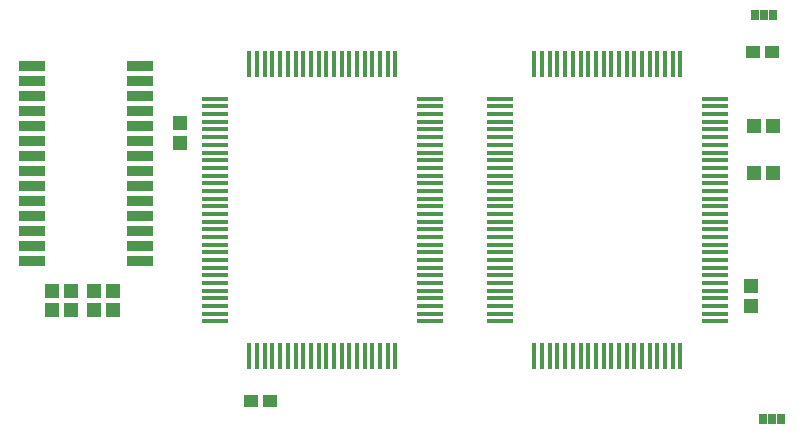
<source format=gts>
%FSLAX44Y44*%
%MOMM*%
G71*
G01*
G75*
G04 Layer_Color=8388736*
%ADD10R,0.9652X0.8890*%
%ADD11R,1.0160X0.9398*%
%ADD12R,1.0160X0.9400*%
%ADD13R,0.5080X0.7620*%
%ADD14R,0.2600X2.0000*%
%ADD15R,2.0000X0.2600*%
%ADD16R,0.9400X1.0160*%
%ADD17R,0.9398X1.0160*%
%ADD18R,2.0320X0.6096*%
%ADD19C,0.2032*%
%ADD20C,0.2540*%
%ADD21C,0.5080*%
%ADD22C,0.3048*%
%ADD23R,2.4804X2.2690*%
%ADD24R,2.5943X2.2690*%
%ADD25R,3.0073X5.6504*%
%ADD26C,1.3000*%
%ADD27C,0.6350*%
%ADD28C,0.8128*%
%ADD29C,1.0160*%
%ADD30C,1.8080*%
%ADD31C,0.8382*%
%ADD32C,0.9398*%
%ADD33R,2.2000X0.3600*%
%ADD34R,3.0000X1.0000*%
%ADD35C,0.3302*%
%ADD36R,0.9424X1.9914*%
%ADD37R,2.5048X2.1810*%
%ADD38R,2.9171X1.1903*%
%ADD39C,0.1270*%
%ADD40C,0.1524*%
%ADD41C,0.1500*%
%ADD42R,1.1684X1.0922*%
%ADD43R,1.2192X1.1430*%
%ADD44R,1.2192X1.1432*%
%ADD45R,0.7112X0.9652*%
%ADD46R,0.4632X2.2032*%
%ADD47R,2.2032X0.4632*%
%ADD48R,1.1432X1.2192*%
%ADD49R,1.1430X1.2192*%
%ADD50R,2.2352X0.8128*%
D42*
X1096518Y824992D02*
D03*
X1080008D02*
D03*
X654859Y529625D02*
D03*
X671369D02*
D03*
D43*
X1077994Y626685D02*
D03*
X594952Y748097D02*
D03*
D44*
X1077994Y610180D02*
D03*
X594952Y764602D02*
D03*
D45*
X1082040Y855980D02*
D03*
X1089660D02*
D03*
X1097280D02*
D03*
X1103630Y514350D02*
D03*
X1096010D02*
D03*
X1088390D02*
D03*
D46*
X777200Y567650D02*
D03*
X770700D02*
D03*
X764200D02*
D03*
X757700D02*
D03*
X751200D02*
D03*
X744700D02*
D03*
X738200D02*
D03*
X731700D02*
D03*
X725200D02*
D03*
X718700D02*
D03*
X712200D02*
D03*
X705700D02*
D03*
X699200D02*
D03*
X692700D02*
D03*
X686200D02*
D03*
X679700D02*
D03*
X673200D02*
D03*
X666700D02*
D03*
X660200D02*
D03*
X653700D02*
D03*
X718700Y814650D02*
D03*
X725200D02*
D03*
X731700D02*
D03*
X738200D02*
D03*
X744700D02*
D03*
X751200D02*
D03*
X757700D02*
D03*
X764200D02*
D03*
X770700D02*
D03*
X777200D02*
D03*
X712200D02*
D03*
X705700D02*
D03*
X699200D02*
D03*
X692700D02*
D03*
X686200D02*
D03*
X679700D02*
D03*
X673200D02*
D03*
X666700D02*
D03*
X660200D02*
D03*
X653700D02*
D03*
X895000D02*
D03*
X901500D02*
D03*
X908000D02*
D03*
X914500D02*
D03*
X921000D02*
D03*
X927500D02*
D03*
X934000D02*
D03*
X940500D02*
D03*
X947000D02*
D03*
X953500D02*
D03*
X1018500D02*
D03*
X1012000D02*
D03*
X1005500D02*
D03*
X999000D02*
D03*
X992500D02*
D03*
X986000D02*
D03*
X979500D02*
D03*
X973000D02*
D03*
X966500D02*
D03*
X960000D02*
D03*
X895000Y567650D02*
D03*
X901500D02*
D03*
X908000D02*
D03*
X914500D02*
D03*
X921000D02*
D03*
X927500D02*
D03*
X934000D02*
D03*
X940500D02*
D03*
X947000D02*
D03*
X953500D02*
D03*
X960000D02*
D03*
X966500D02*
D03*
X973000D02*
D03*
X979500D02*
D03*
X986000D02*
D03*
X992500D02*
D03*
X999000D02*
D03*
X1005500D02*
D03*
X1012000D02*
D03*
X1018500D02*
D03*
D47*
X624450Y596900D02*
D03*
Y603400D02*
D03*
Y609900D02*
D03*
Y616400D02*
D03*
Y622900D02*
D03*
Y629400D02*
D03*
Y635900D02*
D03*
Y642400D02*
D03*
Y648900D02*
D03*
Y655400D02*
D03*
Y661900D02*
D03*
Y668400D02*
D03*
Y674900D02*
D03*
Y681400D02*
D03*
Y687900D02*
D03*
Y694400D02*
D03*
Y700900D02*
D03*
Y707400D02*
D03*
Y713900D02*
D03*
Y720400D02*
D03*
Y726900D02*
D03*
Y733400D02*
D03*
Y739900D02*
D03*
Y746400D02*
D03*
Y752900D02*
D03*
Y759400D02*
D03*
Y765900D02*
D03*
Y772400D02*
D03*
Y778900D02*
D03*
Y785400D02*
D03*
X806450D02*
D03*
Y778900D02*
D03*
Y772400D02*
D03*
Y765900D02*
D03*
Y759400D02*
D03*
Y752900D02*
D03*
Y746400D02*
D03*
Y739900D02*
D03*
Y733400D02*
D03*
Y726900D02*
D03*
Y720400D02*
D03*
Y713900D02*
D03*
Y707400D02*
D03*
Y700900D02*
D03*
Y694400D02*
D03*
Y687900D02*
D03*
Y681400D02*
D03*
Y674900D02*
D03*
Y668400D02*
D03*
Y661900D02*
D03*
Y655400D02*
D03*
Y648900D02*
D03*
Y642400D02*
D03*
Y635900D02*
D03*
Y629400D02*
D03*
Y622900D02*
D03*
Y616400D02*
D03*
Y609900D02*
D03*
Y603400D02*
D03*
Y596900D02*
D03*
X1047750D02*
D03*
Y603400D02*
D03*
Y609900D02*
D03*
Y616400D02*
D03*
Y622900D02*
D03*
Y629400D02*
D03*
Y635900D02*
D03*
Y642400D02*
D03*
Y648900D02*
D03*
Y655400D02*
D03*
Y661900D02*
D03*
Y668400D02*
D03*
Y674900D02*
D03*
Y681400D02*
D03*
Y687900D02*
D03*
Y694400D02*
D03*
Y700900D02*
D03*
Y707400D02*
D03*
Y713900D02*
D03*
Y720400D02*
D03*
Y726900D02*
D03*
Y733400D02*
D03*
Y739900D02*
D03*
Y746400D02*
D03*
Y752900D02*
D03*
Y759400D02*
D03*
Y765900D02*
D03*
Y772400D02*
D03*
Y778900D02*
D03*
Y785400D02*
D03*
X865750D02*
D03*
Y778900D02*
D03*
Y772400D02*
D03*
Y765900D02*
D03*
Y759400D02*
D03*
Y752900D02*
D03*
Y746400D02*
D03*
Y739900D02*
D03*
Y733400D02*
D03*
Y726900D02*
D03*
Y720400D02*
D03*
Y713900D02*
D03*
Y707400D02*
D03*
Y700900D02*
D03*
Y694400D02*
D03*
Y687900D02*
D03*
Y681400D02*
D03*
Y674900D02*
D03*
Y668400D02*
D03*
Y661900D02*
D03*
Y655400D02*
D03*
Y648900D02*
D03*
Y642400D02*
D03*
Y635900D02*
D03*
Y629400D02*
D03*
Y622900D02*
D03*
Y616400D02*
D03*
Y609900D02*
D03*
Y603400D02*
D03*
Y596900D02*
D03*
D48*
X538443Y622236D02*
D03*
X486417Y622299D02*
D03*
X538541Y606788D02*
D03*
X486342Y606852D02*
D03*
X1080706Y762144D02*
D03*
X1080775Y722376D02*
D03*
D49*
X521938Y622236D02*
D03*
X502922Y622299D02*
D03*
X522036Y606788D02*
D03*
X502847Y606852D02*
D03*
X1097211Y762144D02*
D03*
X1097280Y722376D02*
D03*
D50*
X469900Y812800D02*
D03*
Y800100D02*
D03*
Y787400D02*
D03*
Y774700D02*
D03*
Y762000D02*
D03*
Y749300D02*
D03*
Y736600D02*
D03*
Y723900D02*
D03*
Y711200D02*
D03*
Y698500D02*
D03*
Y685800D02*
D03*
Y673100D02*
D03*
Y660400D02*
D03*
Y647700D02*
D03*
X561340D02*
D03*
Y660400D02*
D03*
Y673100D02*
D03*
Y685800D02*
D03*
Y698500D02*
D03*
Y711200D02*
D03*
Y723900D02*
D03*
Y736600D02*
D03*
Y749300D02*
D03*
Y762000D02*
D03*
Y774700D02*
D03*
Y787400D02*
D03*
Y800100D02*
D03*
Y812800D02*
D03*
M02*

</source>
